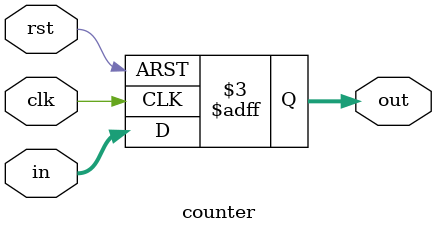
<source format=v>
`timescale 1ps/1ps
module counter (rst, clk, in, out);
   input rst,clk;
   input[3:0]in;
   output[3:0]out;
   reg[3:0]out;

   always @ (negedge rst or posedge clk) begin
      if(rst == 0) begin
         out <= 4'b0000;
      end
      else begin
         out <= in;
      end
   end

endmodule
</source>
